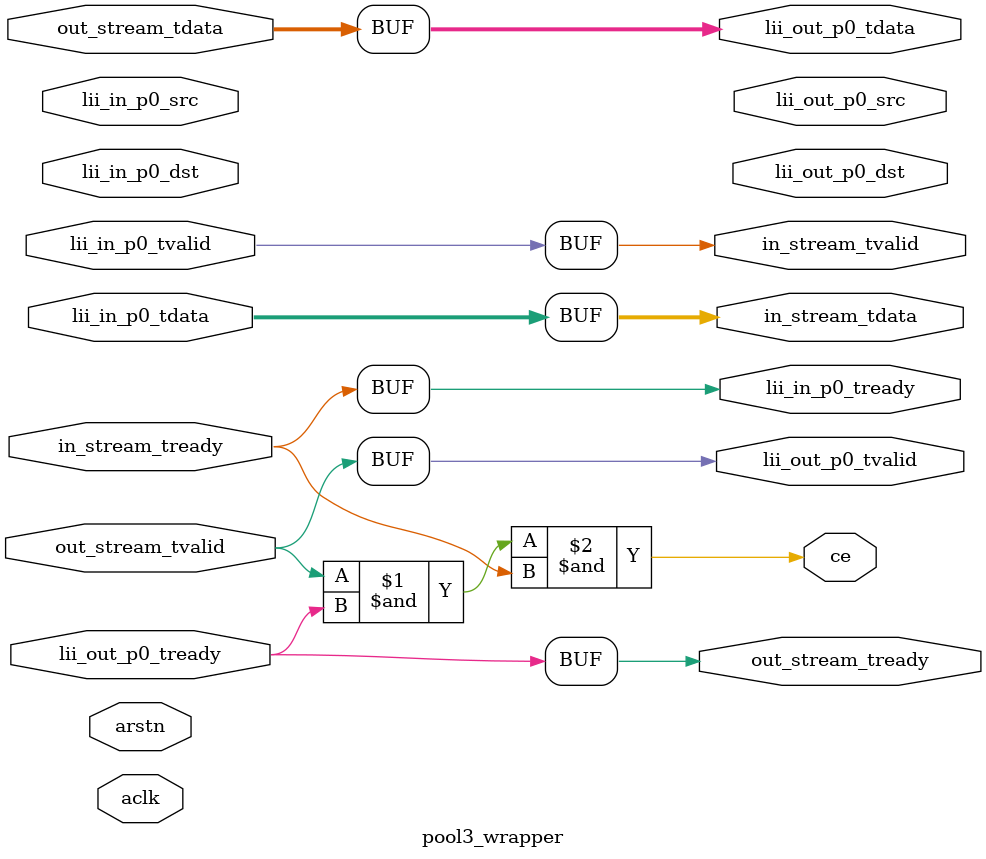
<source format=v>
`timescale 1ns/1ps

module pool3_wrapper
#(
    parameter NIN  = 1,   // logic input streams
    parameter NOUT = 1,  // logic output streams
    parameter P    = 1,              // phy in channels
    parameter Q    = 1,             // phy out channels
    parameter PW   = 128              // packing width
)
(
    // ------ clock and reset ------
    input  wire                     aclk,
    input  wire                     arstn,
    // ------ LII phy input ------
    input  wire [PW-1:0]            lii_in_p0_tdata,
    input  wire                     lii_in_p0_tvalid,
    output wire                     lii_in_p0_tready,
    input  wire [7:0]               lii_in_p0_src,
    input  wire [7:0]               lii_in_p0_dst,
    // ------ LII phy output ------
    output wire [PW-1:0]            lii_out_p0_tdata,
    output wire                     lii_out_p0_tvalid,
    input  wire                     lii_out_p0_tready,
    output wire [7:0]               lii_out_p0_src,
    output wire [7:0]               lii_out_p0_dst,
    // ------ connection to HLS kernel ------
    output wire [127:0]   in_stream_tdata,
    output wire                     in_stream_tvalid,
    input  wire                     in_stream_tready,
    input  wire [127:0]   out_stream_tdata,
    input  wire                     out_stream_tvalid,
    output wire                     out_stream_tready,
    // ------ clock enable for HLS kernel ------
    output wire                     ce
);

    // ========= input: unpack =========
    assign lii_in_p0_tready =
        in_stream_tready;
    assign in_stream_tdata  = lii_in_p0_tdata[127:0];
    assign in_stream_tvalid = lii_in_p0_tvalid;

    // ========= output: pack =========
    assign lii_out_p0_tvalid = 
        out_stream_tvalid;
    assign lii_out_p0_tdata = {
        out_stream_tdata
    };
    assign { out_stream_tready } =
           { lii_out_p0_tready };

    // ========= kernel clock gating =========
    assign ce = (out_stream_tvalid) &
                (lii_out_p0_tready) &
                (lii_in_p0_tready);
endmodule
</source>
